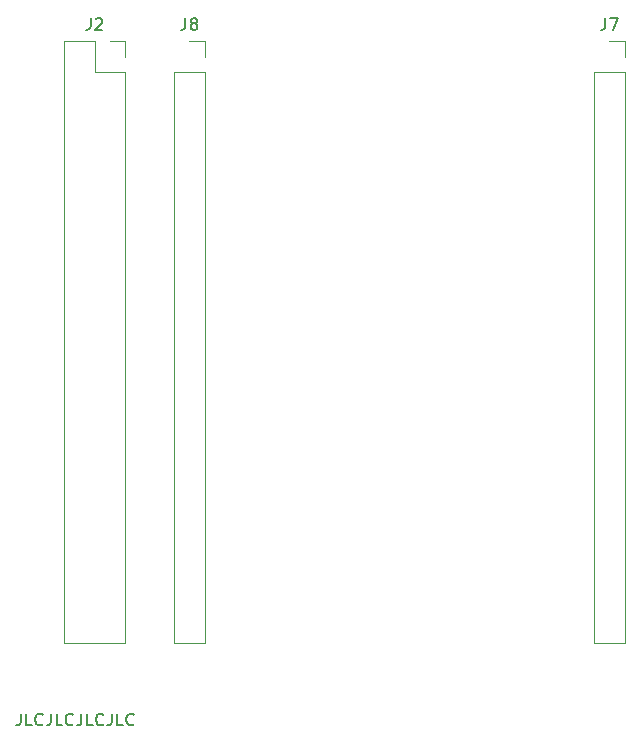
<source format=gbr>
%TF.GenerationSoftware,KiCad,Pcbnew,7.0.8*%
%TF.CreationDate,2025-02-20T14:53:18+01:00*%
%TF.ProjectId,Raspi,52617370-692e-46b6-9963-61645f706362,rev?*%
%TF.SameCoordinates,Original*%
%TF.FileFunction,Legend,Top*%
%TF.FilePolarity,Positive*%
%FSLAX46Y46*%
G04 Gerber Fmt 4.6, Leading zero omitted, Abs format (unit mm)*
G04 Created by KiCad (PCBNEW 7.0.8) date 2025-02-20 14:53:18*
%MOMM*%
%LPD*%
G01*
G04 APERTURE LIST*
%ADD10C,0.150000*%
%ADD11C,0.120000*%
G04 APERTURE END LIST*
D10*
X118554493Y-133853819D02*
X118554493Y-134568104D01*
X118554493Y-134568104D02*
X118506874Y-134710961D01*
X118506874Y-134710961D02*
X118411636Y-134806200D01*
X118411636Y-134806200D02*
X118268779Y-134853819D01*
X118268779Y-134853819D02*
X118173541Y-134853819D01*
X119506874Y-134853819D02*
X119030684Y-134853819D01*
X119030684Y-134853819D02*
X119030684Y-133853819D01*
X120411636Y-134758580D02*
X120364017Y-134806200D01*
X120364017Y-134806200D02*
X120221160Y-134853819D01*
X120221160Y-134853819D02*
X120125922Y-134853819D01*
X120125922Y-134853819D02*
X119983065Y-134806200D01*
X119983065Y-134806200D02*
X119887827Y-134710961D01*
X119887827Y-134710961D02*
X119840208Y-134615723D01*
X119840208Y-134615723D02*
X119792589Y-134425247D01*
X119792589Y-134425247D02*
X119792589Y-134282390D01*
X119792589Y-134282390D02*
X119840208Y-134091914D01*
X119840208Y-134091914D02*
X119887827Y-133996676D01*
X119887827Y-133996676D02*
X119983065Y-133901438D01*
X119983065Y-133901438D02*
X120125922Y-133853819D01*
X120125922Y-133853819D02*
X120221160Y-133853819D01*
X120221160Y-133853819D02*
X120364017Y-133901438D01*
X120364017Y-133901438D02*
X120411636Y-133949057D01*
X121125922Y-133853819D02*
X121125922Y-134568104D01*
X121125922Y-134568104D02*
X121078303Y-134710961D01*
X121078303Y-134710961D02*
X120983065Y-134806200D01*
X120983065Y-134806200D02*
X120840208Y-134853819D01*
X120840208Y-134853819D02*
X120744970Y-134853819D01*
X122078303Y-134853819D02*
X121602113Y-134853819D01*
X121602113Y-134853819D02*
X121602113Y-133853819D01*
X122983065Y-134758580D02*
X122935446Y-134806200D01*
X122935446Y-134806200D02*
X122792589Y-134853819D01*
X122792589Y-134853819D02*
X122697351Y-134853819D01*
X122697351Y-134853819D02*
X122554494Y-134806200D01*
X122554494Y-134806200D02*
X122459256Y-134710961D01*
X122459256Y-134710961D02*
X122411637Y-134615723D01*
X122411637Y-134615723D02*
X122364018Y-134425247D01*
X122364018Y-134425247D02*
X122364018Y-134282390D01*
X122364018Y-134282390D02*
X122411637Y-134091914D01*
X122411637Y-134091914D02*
X122459256Y-133996676D01*
X122459256Y-133996676D02*
X122554494Y-133901438D01*
X122554494Y-133901438D02*
X122697351Y-133853819D01*
X122697351Y-133853819D02*
X122792589Y-133853819D01*
X122792589Y-133853819D02*
X122935446Y-133901438D01*
X122935446Y-133901438D02*
X122983065Y-133949057D01*
X123697351Y-133853819D02*
X123697351Y-134568104D01*
X123697351Y-134568104D02*
X123649732Y-134710961D01*
X123649732Y-134710961D02*
X123554494Y-134806200D01*
X123554494Y-134806200D02*
X123411637Y-134853819D01*
X123411637Y-134853819D02*
X123316399Y-134853819D01*
X124649732Y-134853819D02*
X124173542Y-134853819D01*
X124173542Y-134853819D02*
X124173542Y-133853819D01*
X125554494Y-134758580D02*
X125506875Y-134806200D01*
X125506875Y-134806200D02*
X125364018Y-134853819D01*
X125364018Y-134853819D02*
X125268780Y-134853819D01*
X125268780Y-134853819D02*
X125125923Y-134806200D01*
X125125923Y-134806200D02*
X125030685Y-134710961D01*
X125030685Y-134710961D02*
X124983066Y-134615723D01*
X124983066Y-134615723D02*
X124935447Y-134425247D01*
X124935447Y-134425247D02*
X124935447Y-134282390D01*
X124935447Y-134282390D02*
X124983066Y-134091914D01*
X124983066Y-134091914D02*
X125030685Y-133996676D01*
X125030685Y-133996676D02*
X125125923Y-133901438D01*
X125125923Y-133901438D02*
X125268780Y-133853819D01*
X125268780Y-133853819D02*
X125364018Y-133853819D01*
X125364018Y-133853819D02*
X125506875Y-133901438D01*
X125506875Y-133901438D02*
X125554494Y-133949057D01*
X126268780Y-133853819D02*
X126268780Y-134568104D01*
X126268780Y-134568104D02*
X126221161Y-134710961D01*
X126221161Y-134710961D02*
X126125923Y-134806200D01*
X126125923Y-134806200D02*
X125983066Y-134853819D01*
X125983066Y-134853819D02*
X125887828Y-134853819D01*
X127221161Y-134853819D02*
X126744971Y-134853819D01*
X126744971Y-134853819D02*
X126744971Y-133853819D01*
X128125923Y-134758580D02*
X128078304Y-134806200D01*
X128078304Y-134806200D02*
X127935447Y-134853819D01*
X127935447Y-134853819D02*
X127840209Y-134853819D01*
X127840209Y-134853819D02*
X127697352Y-134806200D01*
X127697352Y-134806200D02*
X127602114Y-134710961D01*
X127602114Y-134710961D02*
X127554495Y-134615723D01*
X127554495Y-134615723D02*
X127506876Y-134425247D01*
X127506876Y-134425247D02*
X127506876Y-134282390D01*
X127506876Y-134282390D02*
X127554495Y-134091914D01*
X127554495Y-134091914D02*
X127602114Y-133996676D01*
X127602114Y-133996676D02*
X127697352Y-133901438D01*
X127697352Y-133901438D02*
X127840209Y-133853819D01*
X127840209Y-133853819D02*
X127935447Y-133853819D01*
X127935447Y-133853819D02*
X128078304Y-133901438D01*
X128078304Y-133901438D02*
X128125923Y-133949057D01*
X132508666Y-74963819D02*
X132508666Y-75678104D01*
X132508666Y-75678104D02*
X132461047Y-75820961D01*
X132461047Y-75820961D02*
X132365809Y-75916200D01*
X132365809Y-75916200D02*
X132222952Y-75963819D01*
X132222952Y-75963819D02*
X132127714Y-75963819D01*
X133127714Y-75392390D02*
X133032476Y-75344771D01*
X133032476Y-75344771D02*
X132984857Y-75297152D01*
X132984857Y-75297152D02*
X132937238Y-75201914D01*
X132937238Y-75201914D02*
X132937238Y-75154295D01*
X132937238Y-75154295D02*
X132984857Y-75059057D01*
X132984857Y-75059057D02*
X133032476Y-75011438D01*
X133032476Y-75011438D02*
X133127714Y-74963819D01*
X133127714Y-74963819D02*
X133318190Y-74963819D01*
X133318190Y-74963819D02*
X133413428Y-75011438D01*
X133413428Y-75011438D02*
X133461047Y-75059057D01*
X133461047Y-75059057D02*
X133508666Y-75154295D01*
X133508666Y-75154295D02*
X133508666Y-75201914D01*
X133508666Y-75201914D02*
X133461047Y-75297152D01*
X133461047Y-75297152D02*
X133413428Y-75344771D01*
X133413428Y-75344771D02*
X133318190Y-75392390D01*
X133318190Y-75392390D02*
X133127714Y-75392390D01*
X133127714Y-75392390D02*
X133032476Y-75440009D01*
X133032476Y-75440009D02*
X132984857Y-75487628D01*
X132984857Y-75487628D02*
X132937238Y-75582866D01*
X132937238Y-75582866D02*
X132937238Y-75773342D01*
X132937238Y-75773342D02*
X132984857Y-75868580D01*
X132984857Y-75868580D02*
X133032476Y-75916200D01*
X133032476Y-75916200D02*
X133127714Y-75963819D01*
X133127714Y-75963819D02*
X133318190Y-75963819D01*
X133318190Y-75963819D02*
X133413428Y-75916200D01*
X133413428Y-75916200D02*
X133461047Y-75868580D01*
X133461047Y-75868580D02*
X133508666Y-75773342D01*
X133508666Y-75773342D02*
X133508666Y-75582866D01*
X133508666Y-75582866D02*
X133461047Y-75487628D01*
X133461047Y-75487628D02*
X133413428Y-75440009D01*
X133413428Y-75440009D02*
X133318190Y-75392390D01*
X168068666Y-74963819D02*
X168068666Y-75678104D01*
X168068666Y-75678104D02*
X168021047Y-75820961D01*
X168021047Y-75820961D02*
X167925809Y-75916200D01*
X167925809Y-75916200D02*
X167782952Y-75963819D01*
X167782952Y-75963819D02*
X167687714Y-75963819D01*
X168449619Y-74963819D02*
X169116285Y-74963819D01*
X169116285Y-74963819D02*
X168687714Y-75963819D01*
X124483666Y-74963819D02*
X124483666Y-75678104D01*
X124483666Y-75678104D02*
X124436047Y-75820961D01*
X124436047Y-75820961D02*
X124340809Y-75916200D01*
X124340809Y-75916200D02*
X124197952Y-75963819D01*
X124197952Y-75963819D02*
X124102714Y-75963819D01*
X124912238Y-75059057D02*
X124959857Y-75011438D01*
X124959857Y-75011438D02*
X125055095Y-74963819D01*
X125055095Y-74963819D02*
X125293190Y-74963819D01*
X125293190Y-74963819D02*
X125388428Y-75011438D01*
X125388428Y-75011438D02*
X125436047Y-75059057D01*
X125436047Y-75059057D02*
X125483666Y-75154295D01*
X125483666Y-75154295D02*
X125483666Y-75249533D01*
X125483666Y-75249533D02*
X125436047Y-75392390D01*
X125436047Y-75392390D02*
X124864619Y-75963819D01*
X124864619Y-75963819D02*
X125483666Y-75963819D01*
D11*
%TO.C,J8*%
X131512000Y-79549000D02*
X131512000Y-127869000D01*
X134172000Y-76949000D02*
X134172000Y-78279000D01*
X131512000Y-79549000D02*
X134172000Y-79549000D01*
X132842000Y-76949000D02*
X134172000Y-76949000D01*
X131512000Y-127869000D02*
X134172000Y-127869000D01*
X134172000Y-79549000D02*
X134172000Y-127869000D01*
%TO.C,J7*%
X167072000Y-79549000D02*
X167072000Y-127869000D01*
X169732000Y-76949000D02*
X169732000Y-78279000D01*
X167072000Y-79549000D02*
X169732000Y-79549000D01*
X168402000Y-76949000D02*
X169732000Y-76949000D01*
X167072000Y-127869000D02*
X169732000Y-127869000D01*
X169732000Y-79549000D02*
X169732000Y-127869000D01*
%TO.C,J2*%
X127417000Y-76949000D02*
X127417000Y-78279000D01*
X126087000Y-76949000D02*
X127417000Y-76949000D01*
X124817000Y-79549000D02*
X127417000Y-79549000D01*
X124817000Y-76949000D02*
X124817000Y-79549000D01*
X122217000Y-127869000D02*
X127417000Y-127869000D01*
X122217000Y-76949000D02*
X124817000Y-76949000D01*
X127417000Y-79549000D02*
X127417000Y-127869000D01*
X122217000Y-76949000D02*
X122217000Y-127869000D01*
%TD*%
M02*

</source>
